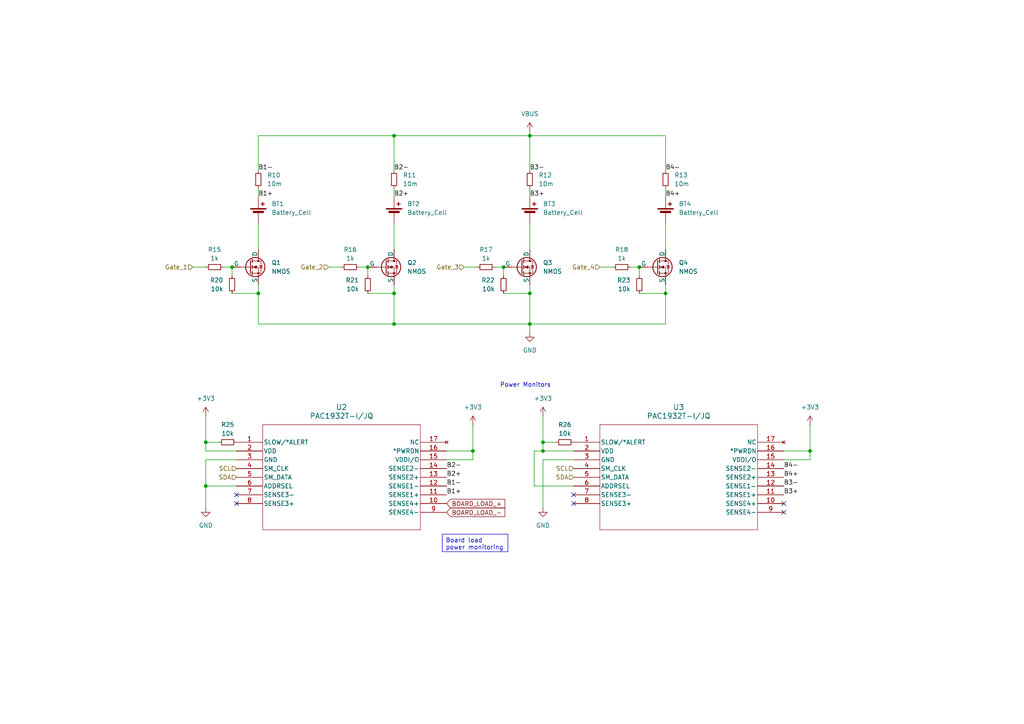
<source format=kicad_sch>
(kicad_sch (version 20231120) (generator "eeschema") (generator_version "8.0")
  (paper "A4")
  (lib_symbols
    (symbol "Battery_Cell_1" (pin_numbers hide) (pin_names (offset 0) hide)
      (property "Reference" "BT1" (at 3.81 3.1116 0))
      (property "Value" "Battery_Cell" (at 3.81 0.5716 0))
      (symbol "Battery_Cell_1_0_1"
        (rectangle (start -2.286 1.778) (end 2.286 1.524) (fill (type outline)))
        (rectangle (start -1.524 1.016) (end 1.524 0.508) (fill (type outline)))
        (polyline (pts (xy 0 0.762) (xy 0 0)))
        (polyline (pts (xy 0 1.778) (xy 0 2.54)))
        (polyline (pts (xy 0.762 3.048) (xy 1.778 3.048)) (stroke (width 0.254)))
        (polyline (pts (xy 1.27 3.556) (xy 1.27 2.54)) (stroke (width 0.254)))
      )
      (symbol "Battery_Cell_1_1_1"
        (pin passive line (at 0 -2.54 90) (length 2.54) (name "-") (number "N"))
        (pin passive line (at 0 5.08 270) (length 2.54) (name "+") (number "P"))
      )
    )
    (symbol "Device:R_Small" (pin_numbers hide) (pin_names (offset 0.254) hide)
      (property "Reference" "R" (at 0.762 0.508 0))
      (property "Value" "R_Small" (at 0.762 -1.016 0))
      (symbol "R_Small_0_1"
        (rectangle (start -0.762 1.778) (end 0.762 -1.778) (stroke (width 0.2032)))
      )
      (symbol "R_Small_1_1"
        (pin passive line (at 0 2.54 270) (length 0.762) (name "~") (number "1"))
        (pin passive line (at 0 -2.54 90) (length 0.762) (name "~") (number "2"))
      )
    )
    (symbol "PAC1932:PAC1932T-I_JQ" (pin_names (offset 0.254))
      (property "Reference" "U3" (at 30.48 10.16 0))
      (property "Value" "PAC1932T-I/JQ" (at 30.48 7.62 0))
      (symbol "PAC1932T-I_JQ_0_1"
        (polyline (pts (xy 7.62 -25.4) (xy 53.34 -25.4)) (stroke (width 0.127)))
        (polyline (pts (xy 7.62 5.08) (xy 7.62 -25.4)) (stroke (width 0.127)))
        (polyline (pts (xy 53.34 -25.4) (xy 53.34 5.08)) (stroke (width 0.127)))
        (polyline (pts (xy 53.34 5.08) (xy 7.62 5.08)) (stroke (width 0.127)))
        (pin bidirectional line (at 0 0 0) (length 7.62) (name "SLOW/*ALERT") (number "1"))
        (pin bidirectional line (at 60.96 -17.78 180) (length 7.62) (name "SENSE4+") (number "10"))
        (pin bidirectional line (at 60.96 -15.24 180) (length 7.62) (name "SENSE1+") (number "11"))
        (pin bidirectional line (at 60.96 -12.7 180) (length 7.62) (name "SENSE1-") (number "12"))
        (pin bidirectional line (at 60.96 -10.16 180) (length 7.62) (name "SENSE2+") (number "13"))
        (pin bidirectional line (at 60.96 -7.62 180) (length 7.62) (name "SENSE2-") (number "14"))
        (pin power_in line (at 60.96 -5.08 180) (length 7.62) (name "VDDI/O") (number "15"))
        (pin input line (at 60.96 -2.54 180) (length 7.62) (name "*PWRDN") (number "16"))
        (pin no_connect line (at 60.96 0 180) (length 7.62) (name "NC") (number "17"))
        (pin power_in line (at 0 -2.54 0) (length 7.62) (name "VDD") (number "2"))
        (pin input line (at 0 -7.62 0) (length 7.62) (name "SM_CLK") (number "4"))
        (pin bidirectional line (at 0 -10.16 0) (length 7.62) (name "SM_DATA") (number "5"))
        (pin bidirectional line (at 0 -12.7 0) (length 7.62) (name "ADDRSEL") (number "6"))
        (pin bidirectional line (at 0 -15.24 0) (length 7.62) (name "SENSE3-") (number "7"))
        (pin bidirectional line (at 0 -17.78 0) (length 7.62) (name "SENSE3+") (number "8"))
        (pin bidirectional line (at 60.96 -20.32 180) (length 7.62) (name "SENSE4-") (number "9"))
      )
      (symbol "PAC1932T-I_JQ_1_1"
        (pin passive line (at 0 -5.08 0) (length 7.62) (name "GND") (number "3"))
      )
    )
    (symbol "PAC1932T-I_JQ_1" (pin_names (offset 0.254))
      (property "Reference" "U2" (at 30.48 10.16 0))
      (property "Value" "PAC1932T-I/JQ" (at 30.48 7.62 0))
      (symbol "PAC1932T-I_JQ_1_0_1"
        (polyline (pts (xy 7.62 -25.4) (xy 53.34 -25.4)) (stroke (width 0.127)))
        (polyline (pts (xy 7.62 5.08) (xy 7.62 -25.4)) (stroke (width 0.127)))
        (polyline (pts (xy 53.34 -25.4) (xy 53.34 5.08)) (stroke (width 0.127)))
        (polyline (pts (xy 53.34 5.08) (xy 7.62 5.08)) (stroke (width 0.127)))
        (pin bidirectional line (at 0 0 0) (length 7.62) (name "SLOW/*ALERT") (number "1"))
        (pin bidirectional line (at 60.96 -17.78 180) (length 7.62) (name "SENSE4+") (number "10"))
        (pin bidirectional line (at 60.96 -15.24 180) (length 7.62) (name "SENSE1+") (number "11"))
        (pin bidirectional line (at 60.96 -12.7 180) (length 7.62) (name "SENSE1-") (number "12"))
        (pin bidirectional line (at 60.96 -10.16 180) (length 7.62) (name "SENSE2+") (number "13"))
        (pin bidirectional line (at 60.96 -7.62 180) (length 7.62) (name "SENSE2-") (number "14"))
        (pin power_in line (at 60.96 -5.08 180) (length 7.62) (name "VDDI/O") (number "15"))
        (pin input line (at 60.96 -2.54 180) (length 7.62) (name "*PWRDN") (number "16"))
        (pin no_connect line (at 60.96 0 180) (length 7.62) (name "NC") (number "17"))
        (pin power_in line (at 0 -2.54 0) (length 7.62) (name "VDD") (number "2"))
        (pin input line (at 0 -7.62 0) (length 7.62) (name "SM_CLK") (number "4"))
        (pin bidirectional line (at 0 -10.16 0) (length 7.62) (name "SM_DATA") (number "5"))
        (pin bidirectional line (at 0 -12.7 0) (length 7.62) (name "ADDRSEL") (number "6"))
        (pin bidirectional line (at 0 -15.24 0) (length 7.62) (name "SENSE3-") (number "7"))
        (pin bidirectional line (at 0 -17.78 0) (length 7.62) (name "SENSE3+") (number "8"))
        (pin bidirectional line (at 60.96 -20.32 180) (length 7.62) (name "SENSE4-") (number "9"))
      )
      (symbol "PAC1932T-I_JQ_1_1_1"
        (pin passive line (at 0 -5.08 0) (length 7.62) (name "GND") (number "3"))
      )
    )
    (symbol "Simulation_SPICE:NMOS" (pin_numbers hide) (pin_names (offset 0))
      (property "Reference" "Q" (at 5.08 1.27 0))
      (property "Value" "NMOS" (at 5.08 -1.27 0))
      (symbol "NMOS_0_1"
        (polyline (pts (xy 0.254 0) (xy -2.54 0)))
        (polyline (pts (xy 0.254 1.905) (xy 0.254 -1.905)) (stroke (width 0.254)))
        (polyline (pts (xy 0.762 -1.27) (xy 0.762 -2.286)) (stroke (width 0.254)))
        (polyline (pts (xy 0.762 0.508) (xy 0.762 -0.508)) (stroke (width 0.254)))
        (polyline (pts (xy 0.762 2.286) (xy 0.762 1.27)) (stroke (width 0.254)))
        (polyline (pts (xy 2.54 2.54) (xy 2.54 1.778)))
        (polyline (pts (xy 2.54 -2.54) (xy 2.54 0) (xy 0.762 0)))
        (polyline (pts (xy 0.762 -1.778) (xy 3.302 -1.778) (xy 3.302 1.778) (xy 0.762 1.778)))
        (polyline (pts (xy 1.016 0) (xy 2.032 0.381) (xy 2.032 -0.381) (xy 1.016 0)) (fill (type outline)))
        (polyline (pts (xy 2.794 0.508) (xy 2.921 0.381) (xy 3.683 0.381) (xy 3.81 0.254)))
        (polyline (pts (xy 3.302 0.381) (xy 2.921 -0.254) (xy 3.683 -0.254) (xy 3.302 0.381)))
        (circle (center 1.651 0) (radius 2.794) (stroke (width 0.254)))
        (circle (center 2.54 -1.778) (radius 0.254) (fill (type outline)))
        (circle (center 2.54 1.778) (radius 0.254) (fill (type outline)))
      )
      (symbol "NMOS_1_1"
        (pin passive line (at 2.54 5.08 270) (length 2.54) (name "D") (number "1"))
        (pin input line (at -5.08 0 0) (length 2.54) (name "G") (number "2"))
        (pin passive line (at 2.54 -5.08 90) (length 2.54) (name "S") (number "3"))
      )
    )
    (symbol "power:+3V3" (power) (pin_numbers hide) (pin_names (offset 0) hide)
      (property "Value" "+3V3" (at 0 3.556 0))
      (symbol "+3V3_0_1"
        (polyline (pts (xy -0.762 1.27) (xy 0 2.54)))
        (polyline (pts (xy 0 0) (xy 0 2.54)))
        (polyline (pts (xy 0 2.54) (xy 0.762 1.27)))
      )
      (symbol "+3V3_1_1"
        (pin power_in line (at 0 0 90) (length 0) (name "~") (number "1"))
      )
    )
    (symbol "power:GND" (power) (pin_numbers hide) (pin_names (offset 0) hide)
      (property "Value" "GND" (at 0 -3.81 0))
      (symbol "GND_0_1"
        (polyline (pts (xy 0 0) (xy 0 -1.27) (xy 1.27 -1.27) (xy 0 -2.54) (xy -1.27 -1.27) (xy 0 -1.27)))
      )
      (symbol "GND_1_1"
        (pin power_in line (at 0 0 270) (length 0) (name "~") (number "1"))
      )
    )
    (symbol "power:VBUS" (power) (pin_numbers hide) (pin_names (offset 0) hide)
      (property "Value" "VBUS" (at 0 3.556 0))
      (symbol "VBUS_0_1"
        (polyline (pts (xy -0.762 1.27) (xy 0 2.54)))
        (polyline (pts (xy 0 0) (xy 0 2.54)))
        (polyline (pts (xy 0 2.54) (xy 0.762 1.27)))
      )
      (symbol "VBUS_1_1"
        (pin power_in line (at 0 0 90) (length 0) (name "~") (number "1"))
      )
    )
  )
  (junction (at 157.48 130.81))
  (junction (at 59.69 128.27))
  (junction (at 153.67 85.09))
  (junction (at 74.93 85.09))
  (junction (at 146.05 77.47))
  (junction (at 114.3 39.37))
  (junction (at 59.69 140.97))
  (junction (at 114.3 85.09))
  (junction (at 153.67 93.98))
  (junction (at 114.3 93.98))
  (junction (at 185.42 77.47))
  (junction (at 234.95 130.81))
  (junction (at 193.04 85.09))
  (junction (at 67.31 77.47))
  (junction (at 106.68 77.47))
  (junction (at 157.48 128.27))
  (junction (at 137.16 130.81))
  (junction (at 153.67 39.37))
  (no_connect (at 227.33 148.59))
  (no_connect (at 68.58 146.05))
  (no_connect (at 166.37 146.05))
  (no_connect (at 166.37 143.51))
  (no_connect (at 227.33 146.05))
  (no_connect (at 68.58 143.51))
  (wire (pts (xy 114.3 85.09) (xy 114.3 82.55)))
  (wire (pts (xy 154.94 140.97) (xy 154.94 130.81)))
  (wire (pts (xy 59.69 128.27) (xy 59.69 130.81)))
  (wire (pts (xy 106.68 77.47) (xy 106.68 80.01)))
  (wire (pts (xy 157.48 133.35) (xy 157.48 147.32)))
  (wire (pts (xy 157.48 130.81) (xy 166.37 130.81)))
  (wire (pts (xy 234.95 133.35) (xy 227.33 133.35)))
  (wire (pts (xy 137.16 123.19) (xy 137.16 130.81)))
  (wire (pts (xy 59.69 120.65) (xy 59.69 128.27)))
  (wire (pts (xy 114.3 54.61) (xy 114.3 57.15)))
  (wire (pts (xy 193.04 54.61) (xy 193.04 57.15)))
  (wire (pts (xy 59.69 128.27) (xy 63.5 128.27)))
  (wire (pts (xy 193.04 93.98) (xy 193.04 85.09)))
  (wire (pts (xy 153.67 38.1) (xy 153.67 39.37)))
  (wire (pts (xy 129.54 130.81) (xy 137.16 130.81)))
  (wire (pts (xy 74.93 39.37) (xy 114.3 39.37)))
  (wire (pts (xy 67.31 77.47) (xy 67.31 80.01)))
  (wire (pts (xy 114.3 72.39) (xy 114.3 64.77)))
  (wire (pts (xy 154.94 130.81) (xy 157.48 130.81)))
  (wire (pts (xy 153.67 54.61) (xy 153.67 57.15)))
  (wire (pts (xy 59.69 130.81) (xy 68.58 130.81)))
  (wire (pts (xy 59.69 147.32) (xy 59.69 140.97)))
  (wire (pts (xy 59.69 133.35) (xy 59.69 140.97)))
  (wire (pts (xy 157.48 120.65) (xy 157.48 128.27)))
  (wire (pts (xy 67.31 85.09) (xy 74.93 85.09)))
  (wire (pts (xy 182.88 77.47) (xy 185.42 77.47)))
  (wire (pts (xy 153.67 39.37) (xy 153.67 49.53)))
  (wire (pts (xy 157.48 128.27) (xy 157.48 130.81)))
  (wire (pts (xy 153.67 93.98) (xy 153.67 96.52)))
  (wire (pts (xy 137.16 130.81) (xy 137.16 133.35)))
  (wire (pts (xy 74.93 39.37) (xy 74.93 49.53)))
  (wire (pts (xy 74.93 93.98) (xy 74.93 85.09)))
  (wire (pts (xy 106.68 85.09) (xy 114.3 85.09)))
  (wire (pts (xy 153.67 85.09) (xy 153.67 93.98)))
  (wire (pts (xy 153.67 82.55) (xy 153.67 85.09)))
  (wire (pts (xy 74.93 72.39) (xy 74.93 64.77)))
  (wire (pts (xy 185.42 77.47) (xy 185.42 80.01)))
  (wire (pts (xy 234.95 130.81) (xy 234.95 133.35)))
  (wire (pts (xy 74.93 54.61) (xy 74.93 57.15)))
  (wire (pts (xy 153.67 64.77) (xy 153.67 72.39)))
  (wire (pts (xy 74.93 85.09) (xy 74.93 82.55)))
  (wire (pts (xy 137.16 133.35) (xy 129.54 133.35)))
  (wire (pts (xy 59.69 140.97) (xy 68.58 140.97)))
  (wire (pts (xy 114.3 39.37) (xy 153.67 39.37)))
  (wire (pts (xy 104.14 77.47) (xy 106.68 77.47)))
  (wire (pts (xy 95.25 77.47) (xy 99.06 77.47)))
  (wire (pts (xy 134.62 77.47) (xy 138.43 77.47)))
  (wire (pts (xy 153.67 93.98) (xy 114.3 93.98)))
  (wire (pts (xy 227.33 130.81) (xy 234.95 130.81)))
  (wire (pts (xy 173.99 77.47) (xy 177.8 77.47)))
  (wire (pts (xy 153.67 39.37) (xy 193.04 39.37)))
  (wire (pts (xy 146.05 77.47) (xy 146.05 80.01)))
  (wire (pts (xy 68.58 133.35) (xy 59.69 133.35)))
  (wire (pts (xy 153.67 93.98) (xy 193.04 93.98)))
  (wire (pts (xy 193.04 85.09) (xy 193.04 82.55)))
  (wire (pts (xy 166.37 140.97) (xy 154.94 140.97)))
  (wire (pts (xy 55.88 77.47) (xy 59.69 77.47)))
  (wire (pts (xy 114.3 39.37) (xy 114.3 49.53)))
  (wire (pts (xy 185.42 85.09) (xy 193.04 85.09)))
  (wire (pts (xy 166.37 133.35) (xy 157.48 133.35)))
  (wire (pts (xy 64.77 77.47) (xy 67.31 77.47)))
  (wire (pts (xy 193.04 72.39) (xy 193.04 64.77)))
  (wire (pts (xy 114.3 93.98) (xy 114.3 85.09)))
  (wire (pts (xy 146.05 85.09) (xy 153.67 85.09)))
  (wire (pts (xy 193.04 39.37) (xy 193.04 49.53)))
  (wire (pts (xy 114.3 93.98) (xy 74.93 93.98)))
  (wire (pts (xy 157.48 128.27) (xy 161.29 128.27)))
  (wire (pts (xy 143.51 77.47) (xy 146.05 77.47)))
  (wire (pts (xy 234.95 123.19) (xy 234.95 130.81)))
  (text_box "Board load power monitoring" (at 128.27 154.94 0) (size 19.05 5.08) (effects (font (size 1.27 1.27)) (justify left top)))
  (text "Power Monitors\n" (at 152.4 111.76 0) (effects (font (size 1.27 1.27))))
  (label "B4-" (at 193.04 49.53 0))
  (label "B2-" (at 114.3 49.53 0))
  (label "B3+" (at 153.67 57.15 0))
  (label "B1+" (at 129.54 143.51 0))
  (label "B1-" (at 74.93 49.53 0))
  (label "B3+" (at 227.33 143.51 0))
  (label "B3-" (at 227.33 140.97 0))
  (label "B2-" (at 129.54 135.89 0))
  (label "B2+" (at 114.3 57.15 0))
  (label "B1+" (at 74.93 57.15 0))
  (label "B4-" (at 227.33 135.89 0))
  (label "B3-" (at 153.67 49.53 0))
  (label "B1-" (at 129.54 140.97 0))
  (label "B4+" (at 227.33 138.43 0))
  (label "B2+" (at 129.54 138.43 0))
  (label "B4+" (at 193.04 57.15 0))
  (global_label "BOARD_LOAD_+" (shape input) (at 129.54 146.05 0) (property "Intersheetrefs" "${INTERSHEET_REFS}" (effects (hide yes))))
  (global_label "BOARD_LOAD_-" (shape input) (at 129.54 148.59 0) (property "Intersheetrefs" "${INTERSHEET_REFS}" (effects (hide yes))))
  (hierarchical_label "SCL" (shape input) (at 68.58 135.89 180))
  (hierarchical_label "Gate_4" (shape input) (at 173.99 77.47 180))
  (hierarchical_label "Gate_1" (shape input) (at 55.88 77.47 180))
  (hierarchical_label "SDA" (shape input) (at 68.58 138.43 180))
  (hierarchical_label "SDA" (shape input) (at 166.37 138.43 180))
  (hierarchical_label "Gate_3" (shape input) (at 134.62 77.47 180))
  (hierarchical_label "SCL" (shape input) (at 166.37 135.89 180))
  (hierarchical_label "Gate_2" (shape input) (at 95.25 77.47 180))
  (symbol (lib_id "Device:R_Small") (at 62.23 77.47 90) (unit 1)
    (property "Reference" "R15" (at 62.23 72.39 90))
    (property "Value" "1k" (at 62.23 74.93 90))
    (property "Footprint" "footprints:Nondescript_R_0402_1005Metric" (effects (hide yes)))
    (property "Description" "Resistor, small symbol" (effects (hide yes)))
  )
  (symbol (lib_id "Device:R_Small") (at 140.97 77.47 90) (unit 1)
    (property "Reference" "R17" (at 140.97 72.39 90))
    (property "Value" "1k" (at 140.97 74.93 90))
    (property "Footprint" "footprints:Nondescript_R_0402_1005Metric" (effects (hide yes)))
    (property "Description" "Resistor, small symbol" (effects (hide yes)))
  )
  (symbol (lib_id "Device:R_Small") (at 74.93 52.07 0) (unit 1)
    (property "Reference" "R10" (at 77.47 50.7999 0) (effects (justify left)))
    (property "Value" "10m" (at 77.47 53.3399 0) (effects (justify left)))
    (property "Footprint" "footprints:Nondescript_R_0603_1608Metric" (effects (hide yes)))
    (property "Description" "Resistor, small symbol" (effects (hide yes)))
  )
  (symbol (lib_id "power:+3V3") (at 234.95 123.19 0) (unit 1)
    (property "Reference" "#PWR014" (effects (hide yes)))
    (property "Value" "+3V3" (at 234.95 118.11 0))
    (property "Description" "Power symbol creates a global label with name \"+3V3\"" (effects (hide yes)))
  )
  (symbol (lib_id "power:+3V3") (at 59.69 120.65 0) (unit 1)
    (property "Reference" "#PWR011" (effects (hide yes)))
    (property "Value" "+3V3" (at 59.69 115.57 0))
    (property "Description" "Power symbol creates a global label with name \"+3V3\"" (effects (hide yes)))
  )
  (symbol (lib_id "Device:R_Small") (at 106.68 82.55 0) (mirror y) (unit 1)
    (property "Reference" "R21" (at 104.14 81.2799 0) (effects (justify left)))
    (property "Value" "10k" (at 104.14 83.8199 0) (effects (justify left)))
    (property "Footprint" "footprints:Nondescript_R_0402_1005Metric" (effects (hide yes)))
    (property "Description" "Resistor, small symbol" (effects (hide yes)))
  )
  (symbol (lib_id "Simulation_SPICE:NMOS") (at 151.13 77.47 0) (unit 1)
    (property "Reference" "Q3" (at 157.48 76.1999 0) (effects (justify left)))
    (property "Value" "NMOS" (at 157.48 78.7399 0) (effects (justify left)))
    (property "Footprint" "Package_TO_SOT_SMD:SOT-23" (effects (hide yes)))
    (property "Datasheet" "https://ngspice.sourceforge.io/docs/ngspice-html-manual/manual.xhtml#cha_MOSFETs" (effects (hide yes)))
    (property "Description" "N-MOSFET transistor, drain/source/gate" (effects (hide yes)))
    (property "Sim.Device" "NMOS" (effects (hide yes)))
    (property "Sim.Type" "VDMOS" (effects (hide yes)))
    (property "Sim.Pins" "1=D 2=G 3=S" (effects (hide yes)))
  )
  (symbol (lib_id "power:+3V3") (at 157.48 120.65 0) (unit 1)
    (property "Reference" "#PWR012" (effects (hide yes)))
    (property "Value" "+3V3" (at 157.48 115.57 0))
    (property "Description" "Power symbol creates a global label with name \"+3V3\"" (effects (hide yes)))
  )
  (symbol (lib_id "power:+3V3") (at 137.16 123.19 0) (unit 1)
    (property "Reference" "#PWR013" (effects (hide yes)))
    (property "Value" "+3V3" (at 137.16 118.11 0))
    (property "Description" "Power symbol creates a global label with name \"+3V3\"" (effects (hide yes)))
  )
  (symbol (lib_id "Device:R_Small") (at 180.34 77.47 90) (unit 1)
    (property "Reference" "R18" (at 180.34 72.39 90))
    (property "Value" "1k" (at 180.34 74.93 90))
    (property "Footprint" "footprints:Nondescript_R_0402_1005Metric" (effects (hide yes)))
    (property "Description" "Resistor, small symbol" (effects (hide yes)))
  )
  (symbol (lib_id "Simulation_SPICE:NMOS") (at 111.76 77.47 0) (unit 1)
    (property "Reference" "Q2" (at 118.11 76.1999 0) (effects (justify left)))
    (property "Value" "NMOS" (at 118.11 78.7399 0) (effects (justify left)))
    (property "Footprint" "Package_TO_SOT_SMD:SOT-23" (effects (hide yes)))
    (property "Datasheet" "https://ngspice.sourceforge.io/docs/ngspice-html-manual/manual.xhtml#cha_MOSFETs" (effects (hide yes)))
    (property "Description" "N-MOSFET transistor, drain/source/gate" (effects (hide yes)))
    (property "Sim.Device" "NMOS" (effects (hide yes)))
    (property "Sim.Type" "VDMOS" (effects (hide yes)))
    (property "Sim.Pins" "1=D 2=G 3=S" (effects (hide yes)))
  )
  (symbol (lib_name "Battery_Cell_1") (lib_id "Device:Battery_Cell") (at 153.67 62.23 0) (unit 1)
    (property "Reference" "BT3" (at 157.48 59.1184 0) (effects (justify left)))
    (property "Value" "Battery_Cell" (at 157.48 61.6584 0) (effects (justify left)))
    (property "Footprint" "footprints:BAT_1043" (effects (hide yes)))
    (property "Description" "Single-cell battery" (effects (hide yes)))
  )
  (symbol (lib_id "Device:R_Small") (at 66.04 128.27 270) (unit 1)
    (property "Reference" "R25" (at 66.04 123.19 90))
    (property "Value" "10k" (at 66.04 125.73 90))
    (property "Footprint" "footprints:Nondescript_R_0402_1005Metric" (effects (hide yes)))
    (property "Description" "Resistor, small symbol" (effects (hide yes)))
  )
  (symbol (lib_id "Device:R_Small") (at 163.83 128.27 270) (unit 1)
    (property "Reference" "R26" (at 163.83 123.19 90))
    (property "Value" "10k" (at 163.83 125.73 90))
    (property "Footprint" "footprints:Nondescript_R_0402_1005Metric" (effects (hide yes)))
    (property "Description" "Resistor, small symbol" (effects (hide yes)))
  )
  (symbol (lib_id "power:GND") (at 157.48 147.32 0) (unit 1)
    (property "Reference" "#PWR016" (effects (hide yes)))
    (property "Value" "GND" (at 157.48 152.4 0))
    (property "Description" "Power symbol creates a global label with name \"GND\" , ground" (effects (hide yes)))
  )
  (symbol (lib_id "Device:R_Small") (at 114.3 52.07 0) (unit 1)
    (property "Reference" "R11" (at 116.84 50.7999 0) (effects (justify left)))
    (property "Value" "10m" (at 116.84 53.3399 0) (effects (justify left)))
    (property "Footprint" "footprints:Nondescript_R_0603_1608Metric" (effects (hide yes)))
    (property "Description" "Resistor, small symbol" (effects (hide yes)))
  )
  (symbol (lib_id "power:GND") (at 59.69 147.32 0) (unit 1)
    (property "Reference" "#PWR015" (effects (hide yes)))
    (property "Value" "GND" (at 59.69 152.4 0))
    (property "Description" "Power symbol creates a global label with name \"GND\" , ground" (effects (hide yes)))
  )
  (symbol (lib_id "power:VBUS") (at 153.67 38.1 0) (unit 1)
    (property "Reference" "#PWR09" (effects (hide yes)))
    (property "Value" "VBUS" (at 153.67 33.02 0))
    (property "Description" "Power symbol creates a global label with name \"VBUS\"" (effects (hide yes)))
  )
  (symbol (lib_id "power:GND") (at 153.67 96.52 0) (unit 1)
    (property "Reference" "#PWR010" (effects (hide yes)))
    (property "Value" "GND" (at 153.67 101.6 0))
    (property "Description" "Power symbol creates a global label with name \"GND\" , ground" (effects (hide yes)))
  )
  (symbol (lib_id "Device:R_Small") (at 67.31 82.55 0) (mirror y) (unit 1)
    (property "Reference" "R20" (at 64.77 81.2799 0) (effects (justify left)))
    (property "Value" "10k" (at 64.77 83.8199 0) (effects (justify left)))
    (property "Footprint" "footprints:Nondescript_R_0402_1005Metric" (effects (hide yes)))
    (property "Description" "Resistor, small symbol" (effects (hide yes)))
  )
  (symbol (lib_id "PAC1932:PAC1932T-I_JQ") (at 166.37 128.27 0) (unit 1)
    (property "Reference" "U3" (at 196.85 118.11 0) (effects (font (size 1.524 1.524))))
    (property "Value" "PAC1932T-I/JQ" (at 196.85 120.65 0) (effects (font (size 1.524 1.524))))
    (property "Footprint" "footprints:QFN16" (effects (hide yes)))
    (property "Datasheet" "PAC1932T-I/JQ" (effects (hide yes)))
  )
  (symbol (lib_id "Device:R_Small") (at 153.67 52.07 0) (unit 1)
    (property "Reference" "R12" (at 156.21 50.7999 0) (effects (justify left)))
    (property "Value" "10m" (at 156.21 53.3399 0) (effects (justify left)))
    (property "Footprint" "footprints:Nondescript_R_0603_1608Metric" (effects (hide yes)))
    (property "Description" "Resistor, small symbol" (effects (hide yes)))
  )
  (symbol (lib_id "Simulation_SPICE:NMOS") (at 72.39 77.47 0) (unit 1)
    (property "Reference" "Q1" (at 78.74 76.1999 0) (effects (justify left)))
    (property "Value" "NMOS" (at 78.74 78.7399 0) (effects (justify left)))
    (property "Footprint" "Package_TO_SOT_SMD:SOT-23" (effects (hide yes)))
    (property "Datasheet" "https://ngspice.sourceforge.io/docs/ngspice-html-manual/manual.xhtml#cha_MOSFETs" (effects (hide yes)))
    (property "Description" "N-MOSFET transistor, drain/source/gate" (effects (hide yes)))
    (property "Sim.Device" "NMOS" (effects (hide yes)))
    (property "Sim.Type" "VDMOS" (effects (hide yes)))
    (property "Sim.Pins" "1=D 2=G 3=S" (effects (hide yes)))
  )
  (symbol (lib_id "Device:R_Small") (at 146.05 82.55 0) (mirror y) (unit 1)
    (property "Reference" "R22" (at 143.51 81.2799 0) (effects (justify left)))
    (property "Value" "10k" (at 143.51 83.8199 0) (effects (justify left)))
    (property "Footprint" "footprints:Nondescript_R_0402_1005Metric" (effects (hide yes)))
    (property "Description" "Resistor, small symbol" (effects (hide yes)))
  )
  (symbol (lib_name "Battery_Cell_1") (lib_id "Device:Battery_Cell") (at 114.3 62.23 0) (unit 1)
    (property "Reference" "BT2" (at 118.11 59.1184 0) (effects (justify left)))
    (property "Value" "Battery_Cell" (at 118.11 61.6584 0) (effects (justify left)))
    (property "Footprint" "footprints:BAT_1043" (effects (hide yes)))
    (property "Description" "Single-cell battery" (effects (hide yes)))
  )
  (symbol (lib_name "Battery_Cell_1") (lib_id "Device:Battery_Cell") (at 74.93 62.23 0) (unit 1)
    (property "Reference" "BT1" (at 78.74 59.1184 0) (effects (justify left)))
    (property "Value" "Battery_Cell" (at 78.74 61.6584 0) (effects (justify left)))
    (property "Footprint" "footprints:BAT_1043" (effects (hide yes)))
    (property "Description" "Single-cell battery" (effects (hide yes)))
  )
  (symbol (lib_id "Device:R_Small") (at 193.04 52.07 0) (unit 1)
    (property "Reference" "R13" (at 195.58 50.7999 0) (effects (justify left)))
    (property "Value" "10m" (at 195.58 53.3399 0) (effects (justify left)))
    (property "Footprint" "footprints:Nondescript_R_0603_1608Metric" (effects (hide yes)))
    (property "Description" "Resistor, small symbol" (effects (hide yes)))
  )
  (symbol (lib_name "PAC1932T-I_JQ_1") (lib_id "PAC1932:PAC1932T-I_JQ") (at 68.58 128.27 0) (unit 1)
    (property "Reference" "U2" (at 99.06 118.11 0) (effects (font (size 1.524 1.524))))
    (property "Value" "PAC1932T-I/JQ" (at 99.06 120.65 0) (effects (font (size 1.524 1.524))))
    (property "Footprint" "footprints:QFN16" (effects (hide yes)))
    (property "Datasheet" "PAC1932T-I/JQ" (effects (hide yes)))
  )
  (symbol (lib_id "Simulation_SPICE:NMOS") (at 190.5 77.47 0) (unit 1)
    (property "Reference" "Q4" (at 196.85 76.1999 0) (effects (justify left)))
    (property "Value" "NMOS" (at 196.85 78.7399 0) (effects (justify left)))
    (property "Footprint" "Package_TO_SOT_SMD:SOT-23" (effects (hide yes)))
    (property "Datasheet" "https://ngspice.sourceforge.io/docs/ngspice-html-manual/manual.xhtml#cha_MOSFETs" (effects (hide yes)))
    (property "Description" "N-MOSFET transistor, drain/source/gate" (effects (hide yes)))
    (property "Sim.Device" "NMOS" (effects (hide yes)))
    (property "Sim.Type" "VDMOS" (effects (hide yes)))
    (property "Sim.Pins" "1=D 2=G 3=S" (effects (hide yes)))
  )
  (symbol (lib_name "Battery_Cell_1") (lib_id "Device:Battery_Cell") (at 193.04 62.23 0) (unit 1)
    (property "Reference" "BT4" (at 196.85 59.1184 0) (effects (justify left)))
    (property "Value" "Battery_Cell" (at 196.85 61.6584 0) (effects (justify left)))
    (property "Footprint" "footprints:BAT_1043" (effects (hide yes)))
    (property "Description" "Single-cell battery" (effects (hide yes)))
  )
  (symbol (lib_id "Device:R_Small") (at 101.6 77.47 90) (unit 1)
    (property "Reference" "R16" (at 101.6 72.39 90))
    (property "Value" "1k" (at 101.6 74.93 90))
    (property "Footprint" "footprints:Nondescript_R_0402_1005Metric" (effects (hide yes)))
    (property "Description" "Resistor, small symbol" (effects (hide yes)))
  )
  (symbol (lib_id "Device:R_Small") (at 185.42 82.55 0) (mirror y) (unit 1)
    (property "Reference" "R23" (at 182.88 81.2799 0) (effects (justify left)))
    (property "Value" "10k" (at 182.88 83.8199 0) (effects (justify left)))
    (property "Footprint" "footprints:Nondescript_R_0402_1005Metric" (effects (hide yes)))
    (property "Description" "Resistor, small symbol" (effects (hide yes)))
  )
)
</source>
